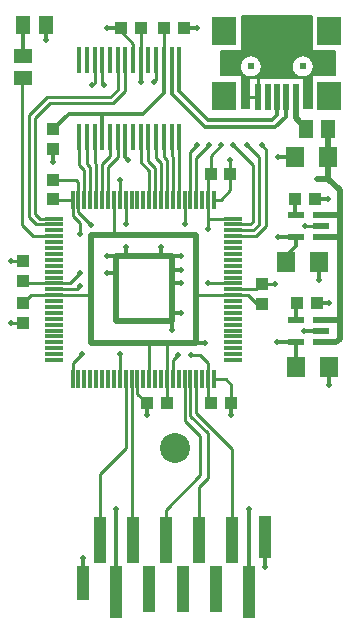
<source format=gtl>
%FSLAX23Y23*%
%MOIN*%
G70*
G01*
G75*
G04 Layer_Physical_Order=1*
%ADD10C,0.008*%
%ADD11R,0.043X0.039*%
%ADD12R,0.039X0.043*%
%ADD13R,0.039X0.043*%
%ADD14R,0.063X0.071*%
%ADD15R,0.063X0.071*%
%ADD16R,0.016X0.085*%
%ADD17R,0.051X0.059*%
%ADD18R,0.051X0.059*%
%ADD19R,0.057X0.022*%
%ADD20R,0.057X0.022*%
%ADD21R,0.020X0.091*%
%ADD22R,0.012X0.063*%
%ADD23R,0.063X0.012*%
%ADD24R,0.059X0.051*%
%ADD25R,0.016X0.085*%
%ADD26R,0.043X0.142*%
%ADD27R,0.043X0.177*%
%ADD28R,0.043X0.157*%
%ADD29R,0.043X0.118*%
%ADD30R,0.012X0.063*%
%ADD31R,0.063X0.012*%
%ADD32R,0.043X0.039*%
%ADD33R,0.079X0.098*%
%ADD34R,0.020X0.091*%
%ADD35C,0.014*%
%ADD36C,0.010*%
%ADD37C,0.020*%
%ADD38C,0.012*%
%ADD39C,0.020*%
%ADD40C,0.011*%
%ADD41C,0.100*%
%ADD42C,0.024*%
%ADD43C,0.020*%
D10*
X2875Y4863D02*
G03*
X2875Y4863I-37J0D01*
G01*
X3048D02*
G03*
X3048Y4863I-37J0D01*
G01*
X2740Y4833D02*
X2808D01*
X2740Y4837D02*
X2813D01*
X2740Y4836D02*
X2814D01*
X2740Y4839D02*
X2811D01*
X2802Y4833D02*
Y4858D01*
X2805Y4833D02*
Y4848D01*
X2804Y4833D02*
Y4850D01*
X2803Y4833D02*
Y4854D01*
X2808Y4725D02*
X2833D01*
X2808Y4729D02*
X2833D01*
X2808Y4829D02*
X2825D01*
X2808Y4828D02*
X2828D01*
X2740Y4834D02*
X2816D01*
X2740Y4835D02*
X2815D01*
X2808Y4832D02*
X2819D01*
X2740Y4838D02*
X2812D01*
X2740Y4845D02*
X2807D01*
X2740Y4844D02*
X2807D01*
X2740Y4850D02*
X2804D01*
X2740Y4852D02*
X2803D01*
X2740Y4851D02*
X2804D01*
X2740Y4853D02*
X2803D01*
X2740Y4855D02*
X2803D01*
X2740Y4854D02*
X2803D01*
X2740Y4840D02*
X2810D01*
X2740Y4842D02*
X2808D01*
X2740Y4841D02*
X2809D01*
X2740Y4843D02*
X2808D01*
X2740Y4847D02*
X2805D01*
X2740Y4846D02*
X2806D01*
X2740Y4848D02*
X2805D01*
X2740Y4849D02*
X2805D01*
X2808Y4725D02*
Y4833D01*
X2812Y4725D02*
Y4838D01*
X2811Y4725D02*
Y4839D01*
X2815Y4725D02*
Y4835D01*
X2810Y4725D02*
Y4840D01*
X2809Y4725D02*
Y4841D01*
X2814Y4725D02*
Y4836D01*
X2813Y4725D02*
Y4837D01*
X2820Y4725D02*
Y4832D01*
X2819Y4725D02*
Y4832D01*
X2822Y4725D02*
Y4830D01*
X2825Y4725D02*
Y4829D01*
X2817Y4725D02*
Y4833D01*
X2816Y4725D02*
Y4834D01*
X2818Y4725D02*
Y4833D01*
X2821Y4725D02*
Y4831D01*
X2808Y4830D02*
X2823D01*
X2808Y4831D02*
X2821D01*
X2823Y4725D02*
Y4830D01*
X2824Y4725D02*
Y4830D01*
X2808Y4833D02*
X2818D01*
X2807Y4833D02*
Y4844D01*
X2808Y4833D02*
Y4843D01*
X2806Y4833D02*
Y4846D01*
X2827Y4725D02*
Y4828D01*
X2826Y4725D02*
Y4829D01*
X2828Y4725D02*
Y4828D01*
X2833Y4725D02*
Y4825D01*
X2830Y4725D02*
Y4828D01*
X2829Y4725D02*
Y4828D01*
X2831Y4725D02*
Y4827D01*
X2833Y4725D02*
Y4827D01*
X2832Y4725D02*
Y4827D01*
X2740Y4833D02*
Y4913D01*
Y4833D02*
Y4913D01*
X2741Y4833D02*
Y4913D01*
X2743Y4833D02*
Y4913D01*
X2742Y4833D02*
Y4913D01*
X2745Y4833D02*
Y4913D01*
X2744Y4833D02*
Y4913D01*
X2746Y4833D02*
Y4913D01*
X2748Y4833D02*
Y4913D01*
X2747Y4833D02*
Y4913D01*
X2749Y4833D02*
Y4913D01*
X2751Y4833D02*
Y4913D01*
X2750Y4833D02*
Y4913D01*
X2753Y4833D02*
Y4913D01*
X2752Y4833D02*
Y4913D01*
X2755Y4833D02*
Y4913D01*
X2754Y4833D02*
Y4913D01*
X2756Y4833D02*
Y4913D01*
X2758Y4833D02*
Y4913D01*
X2757Y4833D02*
Y4913D01*
X2759Y4833D02*
Y4913D01*
X2761Y4833D02*
Y4913D01*
X2760Y4833D02*
Y4913D01*
X2763Y4833D02*
Y4913D01*
X2740Y4856D02*
X2802D01*
X2740Y4860D02*
X2802D01*
X2762Y4833D02*
Y4913D01*
X2764Y4833D02*
Y4913D01*
X2766Y4833D02*
Y4913D01*
X2765Y4833D02*
Y4913D01*
X2768Y4833D02*
Y4913D01*
X2767Y4833D02*
Y4913D01*
X2769Y4833D02*
Y4913D01*
X2771Y4833D02*
Y4913D01*
X2770Y4833D02*
Y4913D01*
X2772Y4833D02*
Y4913D01*
X2774Y4833D02*
Y4913D01*
X2773Y4833D02*
Y4913D01*
X2776Y4833D02*
Y4913D01*
X2775Y4833D02*
Y4913D01*
X2778Y4833D02*
Y4913D01*
X2777Y4833D02*
Y4913D01*
X2779Y4833D02*
Y4913D01*
X2781Y4833D02*
Y4913D01*
X2780Y4833D02*
Y4913D01*
X2782Y4833D02*
Y4913D01*
X2784Y4833D02*
Y4913D01*
X2783Y4833D02*
Y4913D01*
X2786Y4833D02*
Y4913D01*
X2785Y4833D02*
Y4913D01*
X2787Y4833D02*
Y4913D01*
X2789Y4833D02*
Y4913D01*
X2788Y4833D02*
Y4913D01*
X2791Y4833D02*
Y4913D01*
X2790Y4833D02*
Y4913D01*
X2792Y4833D02*
Y4913D01*
X2794Y4833D02*
Y4913D01*
X2793Y4833D02*
Y4913D01*
X2795Y4833D02*
Y4913D01*
X2797Y4833D02*
Y4913D01*
X2796Y4833D02*
Y4913D01*
X2799Y4833D02*
Y4913D01*
X2798Y4833D02*
Y4913D01*
X2800Y4833D02*
Y4913D01*
X2801Y4833D02*
Y4913D01*
X2808Y4727D02*
X2833D01*
X2808Y4726D02*
X2833D01*
X2808Y4728D02*
X2833D01*
X2808Y4730D02*
X2833D01*
X2808Y4732D02*
X2833D01*
X2808Y4731D02*
X2833D01*
X2808Y4734D02*
X2833D01*
X2808Y4733D02*
X2833D01*
X2808Y4735D02*
X2833D01*
X2808Y4737D02*
X2833D01*
X2808Y4736D02*
X2833D01*
X2808Y4738D02*
X2833D01*
X2808Y4740D02*
X2833D01*
X2808Y4739D02*
X2833D01*
X2808Y4742D02*
X2833D01*
X2808Y4741D02*
X2833D01*
X2808Y4744D02*
X2833D01*
X2808Y4743D02*
X2833D01*
X2808Y4745D02*
X2833D01*
X2808Y4747D02*
X2833D01*
X2808Y4746D02*
X2833D01*
X2808Y4748D02*
X2833D01*
X2808Y4750D02*
X2833D01*
X2808Y4749D02*
X2833D01*
X2808Y4752D02*
X2833D01*
X2808Y4751D02*
X2833D01*
X2808Y4753D02*
X2833D01*
X2808Y4755D02*
X2833D01*
X2808Y4754D02*
X2833D01*
X2808Y4757D02*
X2833D01*
X2808Y4756D02*
X2833D01*
X2808Y4758D02*
X2833D01*
X2808Y4760D02*
X2833D01*
X2808Y4759D02*
X2833D01*
X2808Y4761D02*
X2833D01*
X2808Y4763D02*
X2833D01*
X2808Y4762D02*
X2833D01*
X2808Y4765D02*
X2833D01*
X2808Y4764D02*
X2833D01*
X2808Y4767D02*
X2833D01*
X2808Y4766D02*
X2833D01*
X2808Y4768D02*
X2833D01*
X2808Y4770D02*
X2833D01*
X2808Y4769D02*
X2833D01*
X2808Y4771D02*
X2833D01*
X2808Y4773D02*
X2833D01*
X2808Y4772D02*
X2833D01*
X2808Y4775D02*
X2833D01*
X2808Y4774D02*
X2833D01*
X2808Y4776D02*
X2833D01*
X2808Y4778D02*
X2833D01*
X2808Y4777D02*
X2833D01*
X2808Y4780D02*
X2833D01*
X2808Y4779D02*
X2833D01*
X2808Y4781D02*
X2833D01*
X2808Y4783D02*
X2833D01*
X2808Y4782D02*
X2833D01*
X2808Y4784D02*
X2833D01*
X2808Y4786D02*
X2833D01*
X2808Y4785D02*
X2833D01*
X2808Y4788D02*
X2833D01*
X2808Y4787D02*
X2833D01*
X2808Y4789D02*
X2833D01*
X2808Y4791D02*
X2833D01*
X2808Y4790D02*
X2833D01*
X2808Y4793D02*
X2833D01*
X2808Y4792D02*
X2833D01*
X2808Y4794D02*
X2833D01*
X2808Y4796D02*
X2833D01*
X2808Y4795D02*
X2833D01*
X2808Y4797D02*
X2833D01*
X2808Y4799D02*
X2833D01*
X2808Y4798D02*
X2833D01*
X2808Y4801D02*
X2833D01*
X2808Y4800D02*
X2833D01*
X2808Y4803D02*
X2833D01*
X2808Y4802D02*
X2833D01*
X2808Y4804D02*
X2833D01*
X2808Y4806D02*
X2833D01*
X2808Y4805D02*
X2833D01*
X2808Y4807D02*
X2833D01*
X2808Y4809D02*
X2833D01*
X2808Y4808D02*
X2833D01*
X2808Y4811D02*
X2833D01*
X2808Y4810D02*
X2833D01*
X2808Y4812D02*
X2833D01*
X2808Y4814D02*
X2833D01*
X2808Y4813D02*
X2833D01*
X2808Y4816D02*
X2833D01*
X2808Y4815D02*
X2833D01*
X2808Y4817D02*
X2833D01*
X2808Y4819D02*
X2833D01*
X2808Y4818D02*
X2833D01*
X2808Y4820D02*
X2833D01*
X2808Y4822D02*
X2833D01*
X2808Y4821D02*
X2833D01*
X2808Y4824D02*
X2833D01*
X2808Y4823D02*
X2833D01*
X2808Y4825D02*
X2833D01*
X2808Y4827D02*
X2833D01*
X2861Y4825D02*
Y4834D01*
X2860Y4825D02*
Y4834D01*
X2808Y4826D02*
X3042D01*
X2833Y4825D02*
X2865D01*
X2891D01*
X2865D02*
X2891D01*
X2844Y4827D02*
X3006D01*
X2862Y4825D02*
Y4835D01*
X2863Y4825D02*
Y4836D01*
X2864Y4825D02*
Y4837D01*
X2866Y4825D02*
Y4839D01*
X2864Y4837D02*
X2986D01*
X2865Y4825D02*
Y4838D01*
X2866Y4839D02*
X2984D01*
X2867Y4825D02*
Y4840D01*
X2863Y4836D02*
X2987D01*
X2867Y4840D02*
X2983D01*
X2868Y4841D02*
X2982D01*
X2851Y4829D02*
X2999D01*
X2848Y4828D02*
X3002D01*
X2858Y4832D02*
X2992D01*
X2856Y4831D02*
X2994D01*
X2854Y4830D02*
X2996D01*
X2861Y4834D02*
X2989D01*
X2859Y4833D02*
X2991D01*
X2865Y4838D02*
X2985D01*
X2862Y4835D02*
X2988D01*
X2740Y4858D02*
X2802D01*
X2740Y4857D02*
X2802D01*
X2740Y4859D02*
X2802D01*
X2740Y4862D02*
X2802D01*
X2740Y4861D02*
X2802D01*
X2740Y4863D02*
X2802D01*
X2740Y4865D02*
X2802D01*
X2740Y4864D02*
X2802D01*
X2740Y4866D02*
X2802D01*
X2740Y4868D02*
X2802D01*
X2740Y4867D02*
X2802D01*
X2740Y4870D02*
X2802D01*
X2740Y4869D02*
X2802D01*
X2740Y4871D02*
X2802D01*
X2740Y4873D02*
X2803D01*
X2740Y4872D02*
X2803D01*
X2740Y4875D02*
X2804D01*
X2740Y4874D02*
X2803D01*
X2740Y4876D02*
X2804D01*
X2740Y4878D02*
X2805D01*
X2740Y4877D02*
X2804D01*
X2740Y4879D02*
X2805D01*
X2740Y4881D02*
X2806D01*
X2740Y4880D02*
X2806D01*
X2740Y4883D02*
X2807D01*
X2740Y4882D02*
X2807D01*
X2740Y4884D02*
X2808D01*
X2740Y4886D02*
X2810D01*
X2740Y4885D02*
X2809D01*
X2740Y4887D02*
X2810D01*
X2740Y4888D02*
X2811D01*
X2740Y4889D02*
X2812D01*
X2740Y4890D02*
X2813D01*
X2740Y4891D02*
X2814D01*
X2871Y4881D02*
X2979D01*
X2869Y4883D02*
X2981D01*
X2802Y4868D02*
Y4913D01*
X2740Y4892D02*
X2815D01*
X2803Y4873D02*
Y4913D01*
X2804Y4876D02*
Y4913D01*
X2870Y4882D02*
X2980D01*
X2867Y4886D02*
X2983D01*
X2869Y4884D02*
X2981D01*
X2868Y4885D02*
X2982D01*
X2865Y4889D02*
X2985D01*
X2861Y4892D02*
X2989D01*
X2866Y4888D02*
X2984D01*
X2866Y4887D02*
X2984D01*
X2740Y4893D02*
X2817D01*
X2740Y4894D02*
X2818D01*
X2740Y4895D02*
X2820D01*
X2740Y4896D02*
X2822D01*
X2740Y4897D02*
X2824D01*
X2740Y4898D02*
X2826D01*
X2740Y4899D02*
X2830D01*
X2740Y4900D02*
X2837D01*
X2860Y4893D02*
X2990D01*
X2859Y4894D02*
X2991D01*
X2862Y4891D02*
X2988D01*
X2864Y4890D02*
X2986D01*
X2847Y4899D02*
X3003D01*
X2850Y4898D02*
X3000D01*
X2857Y4895D02*
X2993D01*
X2855Y4896D02*
X2995D01*
X2853Y4897D02*
X2997D01*
X2805Y4879D02*
Y4913D01*
X2807Y4882D02*
Y4913D01*
X2806Y4881D02*
Y4913D01*
X2808Y4884D02*
Y4913D01*
X2809Y4885D02*
Y5030D01*
X2810Y4887D02*
Y5030D01*
X2812Y4889D02*
Y5030D01*
X2811Y4888D02*
Y5030D01*
X2814Y4891D02*
Y5030D01*
X2813Y4890D02*
Y5030D01*
X2815Y4892D02*
Y5030D01*
X2816Y4892D02*
Y5030D01*
X2817Y4893D02*
Y5030D01*
X2818Y4894D02*
Y5030D01*
X2820Y4895D02*
Y5030D01*
X2819Y4894D02*
Y5030D01*
X2740Y4913D02*
X2808D01*
Y5030D01*
X2822Y4896D02*
Y5030D01*
X2821Y4896D02*
Y5030D01*
X2823Y4897D02*
Y5030D01*
X2825Y4897D02*
Y5030D01*
X2824Y4897D02*
Y5030D01*
X2827Y4898D02*
Y5030D01*
X2826Y4898D02*
Y5030D01*
X2828Y4899D02*
Y5030D01*
X2830Y4899D02*
Y5030D01*
X2829Y4899D02*
Y5030D01*
X2831Y4899D02*
Y5030D01*
X2832Y4899D02*
Y5030D01*
X2833Y4900D02*
Y5030D01*
X2835Y4900D02*
Y5030D01*
X2846Y4899D02*
Y5030D01*
X2845Y4899D02*
Y5030D01*
X2856Y4896D02*
Y5030D01*
X2848Y4899D02*
Y5030D01*
X2855Y4896D02*
Y5030D01*
X2858Y4894D02*
Y5030D01*
X2857Y4895D02*
Y5030D01*
X2859Y4894D02*
Y5030D01*
X2861Y4892D02*
Y5030D01*
X2860Y4893D02*
Y5030D01*
X2863Y4891D02*
Y5030D01*
X2862Y4891D02*
Y5030D01*
X2864Y4890D02*
Y5030D01*
X2866Y4888D02*
Y5030D01*
X2867Y4886D02*
Y5030D01*
X2865Y4889D02*
Y5030D01*
X2834Y4900D02*
Y5030D01*
X2836Y4900D02*
Y5030D01*
X2838Y4900D02*
Y5030D01*
X2837Y4900D02*
Y5030D01*
X2840Y4900D02*
Y5030D01*
X2839Y4900D02*
Y5030D01*
X2841Y4900D02*
Y5030D01*
X2843Y4900D02*
Y5030D01*
X2842Y4900D02*
Y5030D01*
X2844Y4900D02*
Y5030D01*
X2847Y4899D02*
Y5030D01*
X2850Y4898D02*
Y5030D01*
X2849Y4898D02*
Y5030D01*
X2851Y4898D02*
Y5030D01*
X2853Y4897D02*
Y5030D01*
X2852Y4897D02*
Y5030D01*
X2854Y4897D02*
Y5030D01*
X2740Y4901D02*
X3120D01*
X2740Y4902D02*
X3120D01*
X2740Y4904D02*
X3120D01*
X2740Y4903D02*
X3120D01*
X2740Y4906D02*
X3120D01*
X2808Y4914D02*
X3042D01*
X2808Y4915D02*
X3042D01*
X2808Y4917D02*
X3042D01*
X2740Y4905D02*
X3120D01*
X2740Y4907D02*
X3120D01*
X2740Y4909D02*
X3120D01*
X2740Y4908D02*
X3120D01*
X2740Y4911D02*
X3120D01*
X2740Y4910D02*
X3120D01*
X2740Y4912D02*
X3120D01*
X2740Y4913D02*
X3120D01*
X2808Y4916D02*
X3042D01*
X2808Y4919D02*
X3042D01*
X2808Y4918D02*
X3042D01*
X2808Y4921D02*
X3042D01*
X2808Y4920D02*
X3042D01*
X2808Y4922D02*
X3042D01*
X2808Y4924D02*
X3042D01*
X2808Y4923D02*
X3042D01*
X2808Y4925D02*
X3042D01*
X2808Y4927D02*
X3042D01*
X2808Y4926D02*
X3042D01*
X2808Y4929D02*
X3042D01*
X2808Y4928D02*
X3042D01*
X2808Y4930D02*
X3042D01*
X2808Y4932D02*
X3042D01*
X2808Y4931D02*
X3042D01*
X2808Y4934D02*
X3042D01*
X2808Y4933D02*
X3042D01*
X2840Y4900D02*
X3010D01*
X2808Y4935D02*
X3042D01*
X2808Y4937D02*
X3042D01*
X2808Y4936D02*
X3042D01*
X2808Y4938D02*
X3042D01*
X2808Y4940D02*
X3042D01*
X2808Y4939D02*
X3042D01*
X2808Y4942D02*
X3042D01*
X2808Y4941D02*
X3042D01*
X2808Y4943D02*
X3042D01*
X2808Y4945D02*
X3042D01*
X2808Y4944D02*
X3042D01*
X2808Y4947D02*
X3042D01*
X2808Y4946D02*
X3042D01*
X2808Y4948D02*
X3042D01*
X2808Y4950D02*
X3042D01*
X2808Y4949D02*
X3042D01*
X2808Y4951D02*
X3042D01*
X2808Y4953D02*
X3042D01*
X2808Y4952D02*
X3042D01*
X2808Y4955D02*
X3042D01*
X2808Y4954D02*
X3042D01*
X2808Y4957D02*
X3042D01*
X2808Y4956D02*
X3042D01*
X2808Y4958D02*
X3042D01*
X2808Y4960D02*
X3042D01*
X2808Y4959D02*
X3042D01*
X2808Y4961D02*
X3042D01*
X2808Y4963D02*
X3042D01*
X2808Y4962D02*
X3042D01*
X2808Y4965D02*
X3042D01*
X2808Y4964D02*
X3042D01*
X2808Y4966D02*
X3042D01*
X2808Y4968D02*
X3042D01*
X2808Y4967D02*
X3042D01*
X2808Y4970D02*
X3042D01*
X2808Y4969D02*
X3042D01*
X2808Y4971D02*
X3042D01*
X2808Y4973D02*
X3042D01*
X2808Y4972D02*
X3042D01*
X2808Y4974D02*
X3042D01*
X2808Y4976D02*
X3042D01*
X2808Y4975D02*
X3042D01*
X2808Y4978D02*
X3042D01*
X2808Y4977D02*
X3042D01*
X2808Y4980D02*
X3042D01*
X2808Y4979D02*
X3042D01*
X2808Y4981D02*
X3042D01*
X2808Y4983D02*
X3042D01*
X2808Y4982D02*
X3042D01*
X2808Y4984D02*
X3042D01*
X2808Y4986D02*
X3042D01*
X2808Y4985D02*
X3042D01*
X2808Y4988D02*
X3042D01*
X2808Y4987D02*
X3042D01*
X2808Y4989D02*
X3042D01*
X2808Y4991D02*
X3042D01*
X2808Y4990D02*
X3042D01*
X2808Y4993D02*
X3042D01*
X2808Y4992D02*
X3042D01*
X2808Y4994D02*
X3042D01*
X2808Y4996D02*
X3042D01*
X2808Y4995D02*
X3042D01*
X2808Y4997D02*
X3042D01*
X2808Y4999D02*
X3042D01*
X2808Y4998D02*
X3042D01*
X2808Y5001D02*
X3042D01*
X2808Y5000D02*
X3042D01*
X2808Y5002D02*
X3042D01*
X2808Y5004D02*
X3042D01*
X2808Y5003D02*
X3042D01*
X2808Y5006D02*
X3042D01*
X2808Y5005D02*
X3042D01*
X2808Y5007D02*
X3042D01*
X2808Y5009D02*
X3042D01*
X2808Y5008D02*
X3042D01*
X2808Y5010D02*
X3042D01*
X2808Y5012D02*
X3042D01*
X2808Y5011D02*
X3042D01*
X2808Y5014D02*
X3042D01*
X2808Y5013D02*
X3042D01*
X2808Y5016D02*
X3042D01*
X2808Y5015D02*
X3042D01*
X2808Y5017D02*
X3042D01*
X2808Y5019D02*
X3042D01*
X2808Y5018D02*
X3042D01*
X2808Y5020D02*
X3042D01*
X2808Y5022D02*
X3042D01*
X2808Y5021D02*
X3042D01*
X2808Y5024D02*
X3042D01*
X2808Y5023D02*
X3042D01*
X2808Y5025D02*
X3042D01*
X2808Y5027D02*
X3042D01*
X2808Y5026D02*
X3042D01*
X2808Y5029D02*
X3042D01*
X2808Y5028D02*
X3042D01*
X2808Y5030D02*
X3042D01*
X2868Y4825D02*
Y4842D01*
X2869Y4825D02*
Y4843D01*
X2870Y4825D02*
Y4845D01*
X2871Y4825D02*
Y4846D01*
X2872Y4825D02*
Y4849D01*
X2873Y4825D02*
Y4851D01*
X2874Y4825D02*
Y4854D01*
X2875Y4825D02*
Y4861D01*
X2876Y4825D02*
Y5030D01*
X2877Y4825D02*
Y5030D01*
X2879Y4825D02*
Y5030D01*
X2878Y4825D02*
Y5030D01*
X2881Y4825D02*
Y5030D01*
X2880Y4825D02*
Y5030D01*
X2882Y4825D02*
Y5030D01*
X2884Y4825D02*
Y5030D01*
X2883Y4825D02*
Y5030D01*
X2886Y4825D02*
Y5030D01*
X2885Y4825D02*
Y5030D01*
X2887Y4825D02*
Y5030D01*
X2889Y4825D02*
Y5030D01*
X2888Y4825D02*
Y5030D01*
X2890Y4825D02*
Y5030D01*
X2897Y4825D02*
Y5030D01*
X2896Y4825D02*
X2922D01*
X2896D02*
X2922D01*
X2928D02*
X2954D01*
X2928D02*
X2954D01*
X2899D02*
Y5030D01*
X2959Y4825D02*
X2985D01*
X2959D02*
X2985D01*
X2976D02*
Y4854D01*
X3017Y4725D02*
Y4761D01*
Y4725D02*
Y4761D01*
X3017Y4725D02*
Y4827D01*
X3018Y4725D02*
Y4827D01*
X3020Y4725D02*
Y4828D01*
X3019Y4725D02*
Y4827D01*
X3021Y4725D02*
Y4828D01*
X3023Y4725D02*
Y4828D01*
X3022Y4725D02*
Y4828D01*
X3025Y4725D02*
Y4829D01*
X3024Y4725D02*
Y4829D01*
X3027Y4725D02*
Y4830D01*
X3026Y4725D02*
Y4830D01*
X3028Y4725D02*
Y4830D01*
X3030Y4725D02*
Y4832D01*
X3029Y4725D02*
Y4831D01*
X2982Y4825D02*
Y4842D01*
X2981Y4825D02*
Y4843D01*
X2980Y4825D02*
Y4845D01*
X2984Y4825D02*
Y4839D01*
X2975Y4825D02*
Y4861D01*
X2979Y4825D02*
Y4846D01*
X2978Y4825D02*
Y4849D01*
X2977Y4825D02*
Y4851D01*
X2985Y4825D02*
X3017D01*
X2989D02*
Y4834D01*
X3017Y4761D02*
Y4825D01*
X2988D02*
Y4835D01*
X2985Y4825D02*
Y4838D01*
X2983Y4825D02*
Y4840D01*
X2987Y4825D02*
Y4836D01*
X2986Y4825D02*
Y4837D01*
X2990Y4825D02*
Y4834D01*
X2898Y4825D02*
Y5030D01*
X2900Y4825D02*
Y5030D01*
X2902Y4825D02*
Y5030D01*
X2901Y4825D02*
Y5030D01*
X2903Y4825D02*
Y5030D01*
X2905Y4825D02*
Y5030D01*
X2904Y4825D02*
Y5030D01*
X2907Y4825D02*
Y5030D01*
X2906Y4825D02*
Y5030D01*
X2909Y4825D02*
Y5030D01*
X2908Y4825D02*
Y5030D01*
X2910Y4825D02*
Y5030D01*
X2912Y4825D02*
Y5030D01*
X2911Y4825D02*
Y5030D01*
X2913Y4825D02*
Y5030D01*
X2915Y4825D02*
Y5030D01*
X2914Y4825D02*
Y5030D01*
X2917Y4825D02*
Y5030D01*
X2916Y4825D02*
Y5030D01*
X2918Y4825D02*
Y5030D01*
X2920Y4825D02*
Y5030D01*
X2919Y4825D02*
Y5030D01*
X2922Y4825D02*
Y5030D01*
X2921Y4825D02*
Y5030D01*
X2928Y4825D02*
Y5030D01*
X2930Y4825D02*
Y5030D01*
X2929Y4825D02*
Y5030D01*
X2932Y4825D02*
Y5030D01*
X2931Y4825D02*
Y5030D01*
X2933Y4825D02*
Y5030D01*
X2935Y4825D02*
Y5030D01*
X2934Y4825D02*
Y5030D01*
X2936Y4825D02*
Y5030D01*
X2938Y4825D02*
Y5030D01*
X2937Y4825D02*
Y5030D01*
X2940Y4825D02*
Y5030D01*
X2939Y4825D02*
Y5030D01*
X2941Y4825D02*
Y5030D01*
X2943Y4825D02*
Y5030D01*
X2942Y4825D02*
Y5030D01*
X2945Y4825D02*
Y5030D01*
X2944Y4825D02*
Y5030D01*
X2946Y4825D02*
Y5030D01*
X2948Y4825D02*
Y5030D01*
X2947Y4825D02*
Y5030D01*
X2949Y4825D02*
Y5030D01*
X2951Y4825D02*
Y5030D01*
X2950Y4825D02*
Y5030D01*
X2953Y4825D02*
Y5030D01*
X2952Y4825D02*
Y5030D01*
X2961Y4825D02*
Y5030D01*
X2960Y4825D02*
Y5030D01*
X2962Y4825D02*
Y5030D01*
X2964Y4825D02*
Y5030D01*
X2963Y4825D02*
Y5030D01*
X2966Y4825D02*
Y5030D01*
X2965Y4825D02*
Y5030D01*
X2968Y4825D02*
Y5030D01*
X2967Y4825D02*
Y5030D01*
X2969Y4825D02*
Y5030D01*
X2971Y4825D02*
Y5030D01*
X2970Y4825D02*
Y5030D01*
X2972Y4825D02*
Y5030D01*
X2974Y4825D02*
Y5030D01*
X2973Y4825D02*
Y5030D01*
X3017Y4725D02*
X3042D01*
X3017Y4727D02*
X3042D01*
X3017Y4726D02*
X3042D01*
X3017Y4729D02*
X3042D01*
X3017Y4728D02*
X3042D01*
X3017Y4730D02*
X3042D01*
X3017Y4732D02*
X3042D01*
X3017Y4731D02*
X3042D01*
X3017Y4734D02*
X3042D01*
X3017Y4733D02*
X3042D01*
X3017Y4735D02*
X3042D01*
X3017Y4737D02*
X3042D01*
X3017Y4736D02*
X3042D01*
X3017Y4738D02*
X3042D01*
X3017Y4740D02*
X3042D01*
X3017Y4739D02*
X3042D01*
X3017Y4742D02*
X3042D01*
X3017Y4741D02*
X3042D01*
X3017Y4744D02*
X3042D01*
X3017Y4743D02*
X3042D01*
X3017Y4745D02*
X3042D01*
X3017Y4747D02*
X3042D01*
X3017Y4746D02*
X3042D01*
X3017Y4748D02*
X3042D01*
X3017Y4750D02*
X3042D01*
X3017Y4749D02*
X3042D01*
X3017Y4752D02*
X3042D01*
X3017Y4751D02*
X3042D01*
X3017Y4753D02*
X3042D01*
X3017Y4755D02*
X3042D01*
X3017Y4754D02*
X3042D01*
X3017Y4757D02*
X3042D01*
X3017Y4756D02*
X3042D01*
X3017Y4758D02*
X3042D01*
X3017Y4760D02*
X3042D01*
X3017Y4759D02*
X3042D01*
X3017Y4761D02*
X3042D01*
X3017Y4763D02*
X3042D01*
X3017Y4762D02*
X3042D01*
X3017Y4765D02*
X3042D01*
X3017Y4764D02*
X3042D01*
X3017Y4767D02*
X3042D01*
X3017Y4766D02*
X3042D01*
X3017Y4768D02*
X3042D01*
X3017Y4770D02*
X3042D01*
X3017Y4769D02*
X3042D01*
X3017Y4771D02*
X3042D01*
X3017Y4773D02*
X3042D01*
X3017Y4772D02*
X3042D01*
X3017Y4775D02*
X3042D01*
X3017Y4774D02*
X3042D01*
X3017Y4776D02*
X3042D01*
X3017Y4778D02*
X3042D01*
X3017Y4777D02*
X3042D01*
X3017Y4780D02*
X3042D01*
X3017Y4779D02*
X3042D01*
X3017Y4781D02*
X3042D01*
X3017Y4783D02*
X3042D01*
X3017Y4782D02*
X3042D01*
X3017Y4784D02*
X3042D01*
X3017Y4786D02*
X3042D01*
X3017Y4785D02*
X3042D01*
X3017Y4788D02*
X3042D01*
X3017Y4787D02*
X3042D01*
X3017Y4789D02*
X3042D01*
X3017Y4791D02*
X3042D01*
X3017Y4790D02*
X3042D01*
X3017Y4793D02*
X3042D01*
X3017Y4792D02*
X3042D01*
X3017Y4794D02*
X3042D01*
X3017Y4796D02*
X3042D01*
X3017Y4795D02*
X3042D01*
X3017Y4797D02*
X3042D01*
X3017Y4799D02*
X3042D01*
X3017Y4798D02*
X3042D01*
X3017Y4801D02*
X3042D01*
X3017Y4800D02*
X3042D01*
X3017Y4803D02*
X3042D01*
X3017Y4802D02*
X3042D01*
X3017Y4804D02*
X3042D01*
X3017Y4806D02*
X3042D01*
X3017Y4805D02*
X3042D01*
X3017Y4807D02*
X3042D01*
X3017Y4809D02*
X3042D01*
X3017Y4808D02*
X3042D01*
X3017Y4811D02*
X3042D01*
X3017Y4810D02*
X3042D01*
X3017Y4812D02*
X3042D01*
X3017Y4814D02*
X3042D01*
X3017Y4813D02*
X3042D01*
X3017Y4816D02*
X3042D01*
X3017Y4815D02*
X3042D01*
X3017Y4817D02*
X3042D01*
X3017Y4819D02*
X3042D01*
X3017Y4818D02*
X3042D01*
X3017Y4820D02*
X3042D01*
X3031Y4725D02*
Y4832D01*
X3033Y4725D02*
Y4833D01*
X3032Y4725D02*
Y4833D01*
X3035Y4725D02*
Y4835D01*
X3034Y4725D02*
Y4834D01*
X3036Y4725D02*
Y4836D01*
X3038Y4725D02*
Y4838D01*
X3037Y4725D02*
Y4837D01*
X3017Y4822D02*
X3042D01*
X3017Y4821D02*
X3042D01*
X3017Y4824D02*
X3042D01*
X3017Y4823D02*
X3042D01*
X3039Y4725D02*
Y4839D01*
X3040Y4725D02*
Y4840D01*
X3041Y4725D02*
Y4841D01*
X3042Y4725D02*
Y4833D01*
X3017Y4825D02*
X3042D01*
X3017Y4827D02*
X3042D01*
X3022Y4828D02*
X3042D01*
X3025Y4829D02*
X3042D01*
X3027Y4830D02*
X3042D01*
X3031Y4832D02*
X3042D01*
X3029Y4831D02*
X3042D01*
X3032Y4833D02*
X3042D01*
X3034Y4834D02*
X3120D01*
X3042Y4833D02*
X3120D01*
X3043D02*
Y4844D01*
X3042Y4833D02*
Y4843D01*
X3044Y4833D02*
Y4846D01*
X3045Y4833D02*
Y4848D01*
X3046Y4833D02*
Y4850D01*
X3047Y4833D02*
Y4854D01*
X3048Y4833D02*
Y4858D01*
X2873Y4850D02*
X2977D01*
X2872Y4849D02*
X2978D01*
X2873Y4852D02*
X2977D01*
X2873Y4851D02*
X2977D01*
X2874Y4853D02*
X2976D01*
X2874Y4855D02*
X2976D01*
X2874Y4854D02*
X2976D01*
X2874Y4856D02*
X2976D01*
X2868Y4842D02*
X2982D01*
X2869Y4843D02*
X2981D01*
X2870Y4845D02*
X2980D01*
X2870Y4844D02*
X2980D01*
X2871Y4846D02*
X2979D01*
X2871Y4847D02*
X2979D01*
X2872Y4848D02*
X2978D01*
X2874Y4871D02*
X2976D01*
X2869Y4884D02*
Y5030D01*
X2868Y4885D02*
Y5030D01*
X2874Y4873D02*
X2976D01*
X2873Y4876D02*
Y5030D01*
X2871Y4880D02*
Y5030D01*
X2870Y4882D02*
Y5030D01*
X2874Y4872D02*
Y5030D01*
X2872Y4878D02*
Y5030D01*
X2874Y4872D02*
X2976D01*
X2873Y4875D02*
X2977D01*
X2874Y4874D02*
X2976D01*
X2873Y4876D02*
X2977D01*
X2872Y4877D02*
X2978D01*
X2871Y4880D02*
X2979D01*
X2872Y4878D02*
X2978D01*
X2872Y4879D02*
X2978D01*
X2875Y4858D02*
X2975D01*
X2875Y4857D02*
X2975D01*
X2875Y4860D02*
X2975D01*
X2875Y4859D02*
X2975D01*
X2875Y4862D02*
X2975D01*
X2875Y4861D02*
X2975D01*
X2875Y4863D02*
X2975D01*
X2875Y4865D02*
X2975D01*
X3049Y4833D02*
Y4913D01*
X3051Y4833D02*
Y4913D01*
X3050Y4833D02*
Y4913D01*
X3053Y4833D02*
Y4913D01*
X3052Y4833D02*
Y4913D01*
X3054Y4833D02*
Y4913D01*
X3056Y4833D02*
Y4913D01*
X3055Y4833D02*
Y4913D01*
X2875Y4864D02*
X2975D01*
X2875Y4866D02*
X2975D01*
X2875Y4868D02*
X2975D01*
X2875Y4867D02*
X2975D01*
X2874Y4870D02*
X2976D01*
X2875Y4869D02*
X2975D01*
X2875Y4866D02*
Y5030D01*
X2975Y4866D02*
Y5030D01*
X3043Y4882D02*
Y4913D01*
X3042Y4884D02*
Y4913D01*
X3046Y4876D02*
Y4913D01*
X3045Y4879D02*
Y4913D01*
X2976Y4872D02*
Y5030D01*
X2977Y4876D02*
Y5030D01*
X3048Y4868D02*
Y4913D01*
X3044Y4881D02*
Y4913D01*
X3047Y4873D02*
Y4913D01*
X2978Y4878D02*
Y5030D01*
X2979Y4880D02*
Y5030D01*
X2980Y4882D02*
Y5030D01*
X2981Y4884D02*
Y5030D01*
X2982Y4885D02*
Y5030D01*
X2983Y4886D02*
Y5030D01*
X2984Y4888D02*
Y5030D01*
X2985Y4889D02*
Y5030D01*
X2986Y4890D02*
Y5030D01*
X2987Y4891D02*
Y5030D01*
X2989Y4892D02*
Y5030D01*
X2988Y4891D02*
Y5030D01*
X2990Y4893D02*
Y5030D01*
X2992Y4894D02*
Y5030D01*
X2991Y4894D02*
Y5030D01*
X2994Y4896D02*
Y5030D01*
X2993Y4895D02*
Y5030D01*
X2995Y4896D02*
Y5030D01*
X2997Y4897D02*
Y5030D01*
X2996Y4897D02*
Y5030D01*
X2998Y4897D02*
Y5030D01*
X3000Y4898D02*
Y5030D01*
X2999Y4898D02*
Y5030D01*
X3002Y4899D02*
Y5030D01*
X3001Y4898D02*
Y5030D01*
X3004Y4899D02*
Y5030D01*
X3003Y4899D02*
Y5030D01*
X3005Y4899D02*
Y5030D01*
X3007Y4900D02*
Y5030D01*
X3006Y4900D02*
Y5030D01*
X3008Y4900D02*
Y5030D01*
X3010Y4900D02*
Y5030D01*
X3018Y4899D02*
Y5030D01*
X3020Y4899D02*
Y5030D01*
X3028Y4896D02*
Y5030D01*
X3030Y4895D02*
Y5030D01*
X3029Y4896D02*
Y5030D01*
X3031Y4894D02*
Y5030D01*
X3033Y4893D02*
Y5030D01*
X3032Y4894D02*
Y5030D01*
X3035Y4892D02*
Y5030D01*
X3034Y4892D02*
Y5030D01*
X3038Y4889D02*
Y5030D01*
X3036Y4891D02*
Y5030D01*
X3040Y4887D02*
Y5030D01*
X3037Y4890D02*
Y5030D01*
X3041Y4885D02*
Y5030D01*
X3039Y4888D02*
Y5030D01*
X3009Y4900D02*
Y5030D01*
X3012Y4900D02*
Y5030D01*
X3011Y4900D02*
Y5030D01*
X3013Y4900D02*
Y5030D01*
X3015Y4900D02*
Y5030D01*
X3014Y4900D02*
Y5030D01*
X3017Y4900D02*
Y5030D01*
X3016Y4900D02*
Y5030D01*
X3019Y4899D02*
Y5030D01*
X3021Y4899D02*
Y5030D01*
X3023Y4898D02*
Y5030D01*
X3022Y4899D02*
Y5030D01*
X3025Y4897D02*
Y5030D01*
X3024Y4898D02*
Y5030D01*
X3027Y4897D02*
Y5030D01*
X3026Y4897D02*
Y5030D01*
X3042Y4913D02*
Y5030D01*
X3035Y4835D02*
X3120D01*
X3037Y4837D02*
X3120D01*
X3036Y4836D02*
X3120D01*
X3038Y4838D02*
X3120D01*
X3039Y4839D02*
X3120D01*
X3040Y4840D02*
X3120D01*
X3042Y4842D02*
X3120D01*
X3041Y4841D02*
X3120D01*
X3042Y4843D02*
X3120D01*
X3043Y4845D02*
X3120D01*
X3043Y4844D02*
X3120D01*
X3045Y4847D02*
X3120D01*
X3044Y4846D02*
X3120D01*
X3045Y4879D02*
X3120D01*
X3044Y4881D02*
X3120D01*
X3044Y4880D02*
X3120D01*
X3040Y4886D02*
X3120D01*
X3041Y4885D02*
X3120D01*
X3043Y4883D02*
X3120D01*
X3039Y4888D02*
X3120D01*
X3038Y4889D02*
X3120D01*
X3035Y4892D02*
X3120D01*
X3040Y4887D02*
X3120D01*
X3036Y4891D02*
X3120D01*
X3028Y4896D02*
X3120D01*
X3032Y4894D02*
X3120D01*
X3037Y4890D02*
X3120D01*
X3033Y4893D02*
X3120D01*
X3020Y4899D02*
X3120D01*
X3024Y4898D02*
X3120D01*
X3030Y4895D02*
X3120D01*
X3026Y4897D02*
X3120D01*
X3045Y4848D02*
X3120D01*
X3046Y4850D02*
X3120D01*
X3045Y4849D02*
X3120D01*
X3047Y4852D02*
X3120D01*
X3046Y4851D02*
X3120D01*
X3047Y4853D02*
X3120D01*
X3047Y4855D02*
X3120D01*
X3047Y4854D02*
X3120D01*
X3048Y4856D02*
X3120D01*
X3048Y4858D02*
X3120D01*
X3048Y4857D02*
X3120D01*
X3048Y4859D02*
X3120D01*
X3048Y4860D02*
X3120D01*
X3048Y4862D02*
X3120D01*
X3048Y4861D02*
X3120D01*
X3048Y4863D02*
X3120D01*
X3048Y4865D02*
X3120D01*
X3048Y4868D02*
X3120D01*
X3048Y4864D02*
X3120D01*
X3048Y4866D02*
X3120D01*
X3048Y4867D02*
X3120D01*
X3048Y4870D02*
X3120D01*
X3048Y4869D02*
X3120D01*
X3048Y4871D02*
X3120D01*
X3047Y4873D02*
X3120D01*
X3047Y4872D02*
X3120D01*
X3046Y4875D02*
X3120D01*
X3047Y4874D02*
X3120D01*
X3043Y4882D02*
X3120D01*
X3042Y4884D02*
X3120D01*
X3046Y4876D02*
X3120D01*
X3045Y4878D02*
X3120D01*
X3046Y4877D02*
X3120D01*
X3057Y4833D02*
Y4913D01*
X3059Y4833D02*
Y4913D01*
X3058Y4833D02*
Y4913D01*
X3061Y4833D02*
Y4913D01*
X3060Y4833D02*
Y4913D01*
X3063Y4833D02*
Y4913D01*
X3062Y4833D02*
Y4913D01*
X3064Y4833D02*
Y4913D01*
X3066Y4833D02*
Y4913D01*
X3065Y4833D02*
Y4913D01*
X3067Y4833D02*
Y4913D01*
X3069Y4833D02*
Y4913D01*
X3068Y4833D02*
Y4913D01*
X3071Y4833D02*
Y4913D01*
X3070Y4833D02*
Y4913D01*
X3072Y4833D02*
Y4913D01*
X3074Y4833D02*
Y4913D01*
X3073Y4833D02*
Y4913D01*
X3076Y4833D02*
Y4913D01*
X3075Y4833D02*
Y4913D01*
X3077Y4833D02*
Y4913D01*
X3079Y4833D02*
Y4913D01*
X3078Y4833D02*
Y4913D01*
X3080Y4833D02*
Y4913D01*
X3082Y4833D02*
Y4913D01*
X3013Y4900D02*
X3120D01*
X3081Y4833D02*
Y4913D01*
X3084Y4833D02*
Y4913D01*
X3083Y4833D02*
Y4913D01*
X3042D02*
X3120D01*
X3086Y4833D02*
Y4913D01*
X3085Y4833D02*
Y4913D01*
X3087Y4833D02*
Y4913D01*
X3089Y4833D02*
Y4913D01*
X3088Y4833D02*
Y4913D01*
X3090Y4833D02*
Y4913D01*
X3092Y4833D02*
Y4913D01*
X3091Y4833D02*
Y4913D01*
X3094Y4833D02*
Y4913D01*
X3093Y4833D02*
Y4913D01*
X3095Y4833D02*
Y4913D01*
X3097Y4833D02*
Y4913D01*
X3096Y4833D02*
Y4913D01*
X3099Y4833D02*
Y4913D01*
X3098Y4833D02*
Y4913D01*
X3100Y4833D02*
Y4913D01*
X3102Y4833D02*
Y4913D01*
X3101Y4833D02*
Y4913D01*
X3103Y4833D02*
Y4913D01*
X3105Y4833D02*
Y4913D01*
X3104Y4833D02*
Y4913D01*
X3107Y4833D02*
Y4913D01*
X3106Y4833D02*
Y4913D01*
X3108Y4833D02*
Y4913D01*
X3110Y4833D02*
Y4913D01*
X3109Y4833D02*
Y4913D01*
X3112Y4833D02*
Y4913D01*
X3111Y4833D02*
Y4913D01*
X3113Y4833D02*
Y4913D01*
X3115Y4833D02*
Y4913D01*
X3114Y4833D02*
Y4913D01*
X3116Y4833D02*
Y4913D01*
X3118Y4833D02*
Y4913D01*
X3117Y4833D02*
Y4913D01*
X3120Y4833D02*
Y4913D01*
X3119Y4833D02*
Y4913D01*
D11*
X2770Y4505D02*
D03*
X2704D02*
D03*
X2987Y4420D02*
D03*
X3053D02*
D03*
X3058Y4075D02*
D03*
X2992D02*
D03*
X2471Y4990D02*
D03*
X2405D02*
D03*
X2549D02*
D03*
X2615D02*
D03*
X2707Y3740D02*
D03*
X2559D02*
D03*
D12*
X2875Y4138D02*
D03*
X2080Y4213D02*
D03*
Y4007D02*
D03*
D13*
X2875Y4072D02*
D03*
X2080Y4147D02*
D03*
X2180Y4653D02*
D03*
Y4587D02*
D03*
X2080Y4073D02*
D03*
X2180Y4486D02*
D03*
Y4420D02*
D03*
D14*
X2988Y3860D02*
D03*
X2955Y4210D02*
D03*
X3065D02*
D03*
D15*
X3098Y3860D02*
D03*
X2987Y4560D02*
D03*
X3097D02*
D03*
D16*
X2471Y4886D02*
D03*
X2292Y4628D02*
D03*
X2318D02*
D03*
X2343D02*
D03*
X2369D02*
D03*
X2395D02*
D03*
X2420D02*
D03*
X2446D02*
D03*
X2471D02*
D03*
X2497D02*
D03*
X2523D02*
D03*
X2548D02*
D03*
X2574D02*
D03*
X2599D02*
D03*
X2267Y4886D02*
D03*
X2292D02*
D03*
X2318D02*
D03*
X2343D02*
D03*
X2369D02*
D03*
X2395D02*
D03*
X2420D02*
D03*
X2446D02*
D03*
X2497D02*
D03*
X2523D02*
D03*
X2548D02*
D03*
X2574D02*
D03*
X2599D02*
D03*
D17*
X3097Y4655D02*
D03*
D18*
X3023D02*
D03*
X2080Y5000D02*
D03*
X2154D02*
D03*
D19*
X2988Y3943D02*
D03*
Y4017D02*
D03*
X3072D02*
D03*
Y3980D02*
D03*
X2988Y4293D02*
D03*
Y4367D02*
D03*
X3072D02*
D03*
Y4330D02*
D03*
D20*
X3072Y3943D02*
D03*
Y4293D02*
D03*
D21*
X2988Y4761D02*
D03*
D22*
X2657Y4419D02*
D03*
X2263Y3821D02*
D03*
X2283D02*
D03*
X2303D02*
D03*
X2323D02*
D03*
X2342D02*
D03*
X2362D02*
D03*
X2382D02*
D03*
X2421D02*
D03*
X2480D02*
D03*
X2519D02*
D03*
X2539D02*
D03*
X2559D02*
D03*
X2578D02*
D03*
X2598D02*
D03*
X2618D02*
D03*
X2637D02*
D03*
X2657D02*
D03*
X2677D02*
D03*
X2697D02*
D03*
X2716D02*
D03*
X2263Y4419D02*
D03*
X2283D02*
D03*
X2303D02*
D03*
X2323D02*
D03*
X2342D02*
D03*
X2362D02*
D03*
X2421D02*
D03*
X2441D02*
D03*
X2460D02*
D03*
X2480D02*
D03*
X2500D02*
D03*
X2519D02*
D03*
X2539D02*
D03*
X2559D02*
D03*
X2578D02*
D03*
X2598D02*
D03*
X2637D02*
D03*
X2677D02*
D03*
X2441Y3821D02*
D03*
D23*
X2779Y4337D02*
D03*
Y4317D02*
D03*
Y4297D02*
D03*
X2181D02*
D03*
X2779Y3884D02*
D03*
Y3903D02*
D03*
Y3923D02*
D03*
Y3943D02*
D03*
Y3963D02*
D03*
Y3982D02*
D03*
Y4002D02*
D03*
Y4022D02*
D03*
Y4041D02*
D03*
Y4061D02*
D03*
Y4081D02*
D03*
Y4100D02*
D03*
Y4159D02*
D03*
Y4179D02*
D03*
Y4199D02*
D03*
Y4218D02*
D03*
Y4238D02*
D03*
Y4258D02*
D03*
Y4277D02*
D03*
Y4356D02*
D03*
X2181Y3884D02*
D03*
Y3903D02*
D03*
Y3923D02*
D03*
Y3943D02*
D03*
Y3963D02*
D03*
Y3982D02*
D03*
Y4002D02*
D03*
Y4022D02*
D03*
Y4041D02*
D03*
Y4061D02*
D03*
Y4081D02*
D03*
Y4100D02*
D03*
Y4120D02*
D03*
X2181Y4140D02*
D03*
X2181Y4179D02*
D03*
Y4199D02*
D03*
Y4218D02*
D03*
Y4238D02*
D03*
Y4258D02*
D03*
Y4277D02*
D03*
Y4317D02*
D03*
Y4337D02*
D03*
Y4356D02*
D03*
D24*
X2080Y4897D02*
D03*
Y4823D02*
D03*
D25*
X2267Y4628D02*
D03*
D26*
X2886Y3293D02*
D03*
D27*
X2831Y3110D02*
D03*
X2390Y3112D02*
D03*
D28*
X2721Y3120D02*
D03*
X2666Y3285D02*
D03*
X2611Y3120D02*
D03*
X2556Y3285D02*
D03*
X2445D02*
D03*
X2335D02*
D03*
X2500Y3120D02*
D03*
X2776Y3285D02*
D03*
D29*
X2280Y3142D02*
D03*
D30*
X2244Y3821D02*
D03*
X2401D02*
D03*
X2460D02*
D03*
X2500D02*
D03*
X2244Y4419D02*
D03*
X2382D02*
D03*
X2401D02*
D03*
X2618D02*
D03*
X2697D02*
D03*
X2716D02*
D03*
D31*
X2779Y4120D02*
D03*
Y4140D02*
D03*
X2181Y4159D02*
D03*
D32*
X2773Y3740D02*
D03*
X2493D02*
D03*
D33*
X2750Y4765D02*
D03*
X3100D02*
D03*
Y4981D02*
D03*
X2750D02*
D03*
D34*
X2862Y4761D02*
D03*
X2894D02*
D03*
X2925D02*
D03*
X2956D02*
D03*
D35*
X2575Y4185D02*
X2605D01*
X2575Y4040D02*
X2605D01*
X2575Y3985D02*
Y4015D01*
X2360Y4175D02*
X2390D01*
X2360Y4230D02*
X2390D01*
X2540D02*
Y4260D01*
X2421Y4231D02*
Y4260D01*
X2575Y4140D02*
X2605D01*
X2925Y3943D02*
X2988D01*
X2655Y3940D02*
X2685D01*
X2575Y4230D02*
X2605D01*
X2988Y3943D02*
X2988Y3860D01*
X2988Y4263D02*
Y4293D01*
X2955Y4230D02*
X2988Y4263D01*
X2955Y4210D02*
Y4230D01*
X2471Y4811D02*
Y4886D01*
X2574Y4771D02*
Y4886D01*
X2599Y4781D02*
Y4886D01*
Y4781D02*
X2695Y4685D01*
X2925Y4700D02*
Y4761D01*
X2910Y4685D02*
X2925Y4700D01*
X2695Y4685D02*
X2910D01*
X2574Y4771D02*
X2685Y4660D01*
X2920D01*
X2956Y4696D01*
Y4761D01*
X2343Y4628D02*
Y4705D01*
X2232D02*
X2343D01*
X2180Y4653D02*
X2232Y4705D01*
X2180Y4545D02*
Y4587D01*
X2493Y3700D02*
Y3740D01*
X2773Y3700D02*
Y3740D01*
X2886Y3195D02*
Y3293D01*
X2390Y3389D02*
X2390Y3112D01*
X2831Y3110D02*
Y3389D01*
X2548Y4773D02*
Y4886D01*
X2480Y4705D02*
X2548Y4773D01*
X2343Y4705D02*
X2480D01*
X2155Y4950D02*
Y4999D01*
D36*
X2244Y3874D02*
X2275Y3905D01*
X2244Y3821D02*
Y3874D01*
X2401Y3821D02*
Y3905D01*
X2640Y3900D02*
X2670D01*
X2697Y3873D01*
Y3821D02*
Y3873D01*
X2578Y3883D02*
X2595Y3900D01*
X2578Y3821D02*
Y3883D01*
X2716Y3821D02*
X2754D01*
X2773Y3802D01*
Y3740D02*
Y3802D01*
X2460Y3772D02*
X2493Y3740D01*
X2460Y3772D02*
Y3821D01*
X2618Y4339D02*
Y4419D01*
X2697Y4350D02*
X2703Y4356D01*
X2779D01*
X2697Y4320D02*
Y4419D01*
X2770Y4505D02*
Y4550D01*
X2695Y4140D02*
X2779D01*
X2875Y4138D02*
X2920D01*
X2858Y4072D02*
X2875D01*
X2830Y4100D02*
X2858Y4072D01*
X2779Y4100D02*
X2830D01*
X2857Y4120D02*
X2875Y4138D01*
X2779Y4120D02*
X2857D01*
X2421Y4339D02*
Y4419D01*
X2270Y4305D02*
Y4340D01*
X2244Y4366D02*
X2270Y4340D01*
X2244Y4366D02*
Y4419D01*
X2263Y4377D02*
X2305Y4335D01*
X2263Y4377D02*
Y4419D01*
X2235Y4140D02*
X2270Y4175D01*
X2181Y4140D02*
X2235D01*
X2260Y4120D02*
X2270Y4130D01*
X2181Y4120D02*
X2260D01*
X3020Y4330D02*
X3072D01*
X2382Y4302D02*
Y4419D01*
X2655Y4100D02*
X2779D01*
X2559Y3821D02*
Y3939D01*
X2500Y3940D02*
X2500Y3940D01*
X2500Y3821D02*
Y3940D01*
X2181Y4100D02*
X2305D01*
X2695Y3490D02*
Y3640D01*
X2666Y3461D02*
X2695Y3490D01*
X2666Y3285D02*
Y3461D01*
X2556Y3386D02*
X2670Y3500D01*
X2556Y3285D02*
Y3386D01*
X2670Y3500D02*
Y3630D01*
X2657Y3708D02*
Y3821D01*
Y3708D02*
X2776Y3589D01*
Y3285D02*
Y3589D01*
X2637Y3698D02*
X2695Y3640D01*
X2637Y3698D02*
Y3821D01*
X2618Y3682D02*
X2670Y3630D01*
X2618Y3682D02*
Y3821D01*
X2556Y3285D02*
Y3346D01*
X2075Y4818D02*
X2080Y4823D01*
X2075Y4335D02*
Y4818D01*
Y4335D02*
X2113Y4297D01*
X2181D01*
X2548Y4886D02*
Y4990D01*
X2323Y4419D02*
Y4537D01*
X2318Y4542D02*
X2323Y4537D01*
X2318Y4542D02*
Y4628D01*
X2303Y4419D02*
Y4527D01*
X2292Y4538D02*
X2303Y4527D01*
X2292Y4538D02*
Y4628D01*
X2283Y4419D02*
Y4517D01*
X2267Y4533D02*
X2283Y4517D01*
X2267Y4533D02*
Y4628D01*
X2342Y4419D02*
Y4537D01*
X2369Y4564D01*
Y4628D01*
X2362Y4419D02*
Y4527D01*
X2395Y4560D01*
Y4628D01*
X2420Y4780D02*
Y4886D01*
X2380Y4740D02*
X2420Y4780D01*
X2170Y4740D02*
X2380D01*
X2120Y4690D02*
X2170Y4740D01*
X2120Y4370D02*
Y4690D01*
Y4370D02*
X2134Y4356D01*
X2181D01*
X2395Y4785D02*
Y4886D01*
X2370Y4760D02*
X2395Y4785D01*
X2160Y4760D02*
X2370D01*
X2100Y4700D02*
X2160Y4760D01*
X2100Y4360D02*
Y4700D01*
Y4360D02*
X2123Y4337D01*
X2181D01*
X2559Y3741D02*
Y3821D01*
X2087Y4140D02*
X2181D01*
X2080Y4147D02*
X2087Y4140D01*
X2107Y4100D02*
X2181D01*
X2080Y4073D02*
X2107Y4100D01*
X2040Y4213D02*
X2080D01*
X2040Y4007D02*
X2080D01*
X2180Y4419D02*
X2244D01*
X2263D02*
Y4477D01*
X2254Y4486D02*
X2263Y4477D01*
X2180Y4486D02*
X2254D01*
X2598Y4419D02*
Y4563D01*
X2599Y4564D01*
Y4628D01*
X2578Y4419D02*
Y4562D01*
X2574Y4566D02*
X2578Y4562D01*
X2574Y4566D02*
Y4628D01*
X2559Y4419D02*
Y4551D01*
X2548Y4562D02*
X2559Y4551D01*
X2548Y4562D02*
Y4628D01*
X2539Y4419D02*
Y4541D01*
X2523Y4557D02*
X2539Y4541D01*
X2523Y4557D02*
Y4628D01*
X2519Y4419D02*
Y4526D01*
X2497Y4548D02*
X2519Y4526D01*
X2497Y4548D02*
Y4628D01*
X2500Y4419D02*
Y4515D01*
X2471Y4544D02*
X2500Y4515D01*
X2471Y4544D02*
Y4628D01*
X2401Y4419D02*
Y4485D01*
X2441Y3290D02*
Y3821D01*
Y3290D02*
X2445Y3285D01*
X2697Y3750D02*
Y3821D01*
Y3750D02*
X2707Y3740D01*
X2343Y4807D02*
Y4886D01*
Y4807D02*
X2350Y4800D01*
X2318Y4808D02*
Y4886D01*
X2310Y4800D02*
X2318Y4808D01*
X2523Y4818D02*
Y4886D01*
X2515Y4810D02*
X2523Y4818D01*
X2837Y4761D02*
X2862D01*
Y4821D01*
X2446Y4886D02*
Y4939D01*
X2405Y4980D02*
X2446Y4939D01*
X2405Y4980D02*
Y4990D01*
X2637Y4419D02*
Y4577D01*
X2660Y4600D01*
X2657Y4419D02*
Y4557D01*
X2700Y4600D01*
X2697Y4419D02*
Y4498D01*
X2704Y4505D01*
X2716Y4419D02*
X2739D01*
X2770Y4450D01*
Y4505D01*
X2779Y4337D02*
X2837D01*
X2845Y4345D01*
Y4535D01*
X2780Y4600D02*
X2845Y4535D01*
X2779Y4317D02*
X2847D01*
X2865Y4335D01*
Y4560D01*
X2825Y4600D02*
X2865Y4560D01*
X2779Y4297D02*
X2857D01*
X2890Y4330D01*
Y4585D01*
X2875Y4600D02*
X2890Y4585D01*
X2471Y4886D02*
Y4990D01*
X2704Y4505D02*
Y4564D01*
X2740Y4600D01*
D37*
X3135Y3955D02*
Y4450D01*
X3072Y4017D02*
X3133D01*
X3072Y4293D02*
X3133D01*
X3072Y4367D02*
X3132D01*
X3097Y4488D02*
X3135Y4450D01*
X3097Y4488D02*
Y4560D01*
X3123Y3943D02*
X3135Y3955D01*
X3072Y3943D02*
X3123D01*
X3097Y4560D02*
Y4655D01*
X2988Y4690D02*
X3023Y4655D01*
X2988Y4690D02*
Y4761D01*
X3058Y4488D02*
X3097D01*
D38*
X3098Y3802D02*
Y3860D01*
X2930Y4293D02*
X2988D01*
X2987Y4369D02*
Y4420D01*
X2988Y4071D02*
X2992Y4075D01*
X2988Y4017D02*
Y4071D01*
X2930Y4560D02*
X2987D01*
X3015Y3980D02*
X3072D01*
X3058Y4075D02*
X3100D01*
X3053Y4420D02*
X3095D01*
X3065Y4150D02*
Y4210D01*
X2080Y4897D02*
Y5000D01*
X2280Y3142D02*
Y3225D01*
X2615Y4990D02*
X2660D01*
X2360D02*
X2405D01*
X2420Y4560D02*
Y4628D01*
Y4560D02*
X2430Y4550D01*
D39*
X2305Y3940D02*
Y4300D01*
Y3940D02*
X2655D01*
Y4300D01*
X2390Y4015D02*
Y4230D01*
Y4015D02*
X2575D01*
Y4230D01*
X2390D02*
X2575D01*
X2305Y4300D02*
X2655D01*
D40*
X2421Y3591D02*
Y3821D01*
X2335Y3505D02*
X2421Y3591D01*
X2335Y3285D02*
Y3505D01*
D41*
X2585Y3590D02*
D03*
D42*
X3012Y4863D02*
D03*
X2838D02*
D03*
D43*
X2605Y4185D02*
D03*
X2275Y3905D02*
D03*
X2401D02*
D03*
X2605Y4040D02*
D03*
X2575Y3985D02*
D03*
X2640Y3900D02*
D03*
X2595D02*
D03*
X2360Y4175D02*
D03*
Y4230D02*
D03*
X2618Y4339D02*
D03*
X2540Y4260D02*
D03*
X2697Y4320D02*
D03*
X2421Y4260D02*
D03*
X2605Y4140D02*
D03*
X2770Y4550D02*
D03*
X2695Y4140D02*
D03*
X2920Y4138D02*
D03*
X2421Y4339D02*
D03*
X2305Y4335D02*
D03*
X2270Y4305D02*
D03*
Y4175D02*
D03*
Y4130D02*
D03*
X3098Y3802D02*
D03*
X2925Y3943D02*
D03*
X2685Y3940D02*
D03*
X2605Y4230D02*
D03*
X2930Y4293D02*
D03*
Y4560D02*
D03*
X3015Y3980D02*
D03*
X3100Y4075D02*
D03*
X3020Y4330D02*
D03*
X3095Y4420D02*
D03*
X2471Y4811D02*
D03*
X3065Y4150D02*
D03*
X2180Y4545D02*
D03*
X2430Y4550D02*
D03*
X2493Y3700D02*
D03*
X2773D02*
D03*
X2040Y4213D02*
D03*
Y4007D02*
D03*
X2401Y4485D02*
D03*
X2280Y3225D02*
D03*
X2886Y3195D02*
D03*
X2831Y3389D02*
D03*
X2390D02*
D03*
X2360Y4990D02*
D03*
X2660D02*
D03*
X2820Y4740D02*
D03*
Y4790D02*
D03*
X3030D02*
D03*
Y4740D02*
D03*
X2835Y4985D02*
D03*
X3100Y4875D02*
D03*
X2925Y4985D02*
D03*
X2350Y4800D02*
D03*
X2310D02*
D03*
X2515Y4810D02*
D03*
X3058Y4488D02*
D03*
X2660Y4600D02*
D03*
X2700D02*
D03*
X2740D02*
D03*
X2780D02*
D03*
X2825D02*
D03*
X2875D02*
D03*
X2155Y4950D02*
D03*
M02*

</source>
